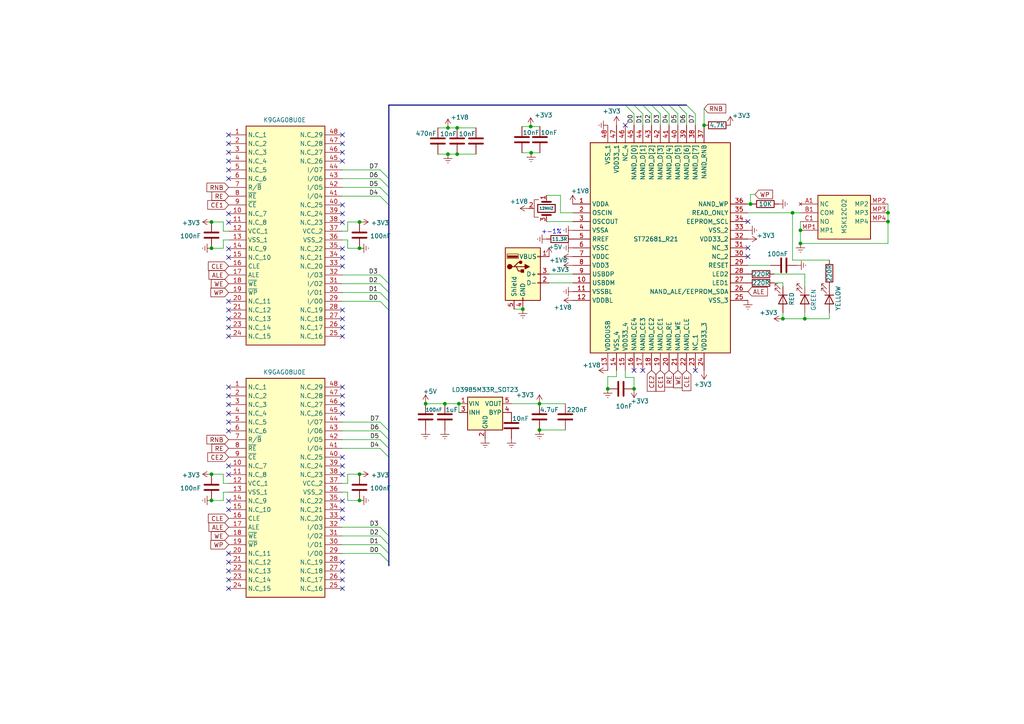
<source format=kicad_sch>
(kicad_sch (version 20211123) (generator eeschema)
  (paper "A4")
  (title_block (title "USB_Mass_Storage_Device") (date "2023-05-26") (rev "3") (company "Tonikiller10000"))
  (lib_symbols
    (symbol "Connector:USB_A" (pin_names (offset 1.016))
      (property "Reference" "J" (at -5.08 11.43 0))
      (property "Value" "USB_A" (at -5.08 8.89 0))
      (symbol "USB_A_0_1"
        (rectangle (start -5.08 -7.62) (end 5.08 7.62) (stroke (width 0.254)) (fill (type background)))
        (circle (center -3.81 2.159) (radius 0.635) (stroke (width 0.254)) (fill (type outline)))
        (rectangle (start -1.524 4.826) (end -4.318 5.334) (fill (type outline)))
        (rectangle (start -1.27 4.572) (end -4.572 5.842))
        (circle (center -0.635 3.429) (radius 0.381) (stroke (width 0.254)) (fill (type outline)))
        (rectangle (start -0.127 -7.62) (end 0.127 -6.858))
        (polyline (pts (xy -3.175 2.159) (xy -2.54 2.159) (xy -1.27 3.429) (xy -0.635 3.429)) (stroke (width 0.254)))
        (polyline (pts (xy -2.54 2.159) (xy -1.905 2.159) (xy -1.27 0.889) (xy 0 0.889)) (stroke (width 0.254)))
        (polyline (pts (xy 0.635 2.794) (xy 0.635 1.524) (xy 1.905 2.159) (xy 0.635 2.794)) (stroke (width 0.254)) (fill (type outline)))
        (rectangle (start 0.254 1.27) (end -0.508 0.508) (stroke (width 0.254)) (fill (type outline)))
        (rectangle (start 5.08 -2.667) (end 4.318 -2.413))
        (rectangle (start 5.08 -0.127) (end 4.318 0.127))
        (rectangle (start 5.08 4.953) (end 4.318 5.207))
      )
      (symbol "USB_A_1_1"
        (polyline (pts (xy -1.905 2.159) (xy 0.635 2.159)) (stroke (width 0.254)))
        (pin power_in line (at 7.62 5.08 180) (length 2.54) (name "VBUS") (number "1"))
        (pin bidirectional line (at 7.62 -2.54 180) (length 2.54) (name "D-") (number "2"))
        (pin bidirectional line (at 7.62 0 180) (length 2.54) (name "D+") (number "3"))
        (pin power_in line (at 0 -10.16 90) (length 2.54) (name "GND") (number "4"))
        (pin passive line (at -2.54 -10.16 90) (length 2.54) (name "Shield") (number "5"))
      )
    )
    (symbol "Device:C" (pin_numbers hide) (pin_names (offset 0.254))
      (property "Reference" "C" (at 0.635 2.54 0))
      (property "Value" "C" (at 0.635 -2.54 0))
      (symbol "C_0_1"
        (polyline (pts (xy -2.032 -0.762) (xy 2.032 -0.762)) (stroke (width 0.508)))
        (polyline (pts (xy -2.032 0.762) (xy 2.032 0.762)) (stroke (width 0.508)))
      )
      (symbol "C_1_1"
        (pin passive line (at 0 3.81 270) (length 2.794) (name "~") (number "1"))
        (pin passive line (at 0 -3.81 90) (length 2.794) (name "~") (number "2"))
      )
    )
    (symbol "Device:Crystal_GND3" (pin_names (offset 1.016) hide)
      (property "Value" "12MHZ" (at 0 0 90))
      (symbol "Crystal_GND3_0_1"
        (rectangle (start -1.143 2.54) (end 1.143 -2.54) (stroke (width 0.3048)))
        (polyline (pts (xy -2.54 0) (xy -1.905 0)))
        (polyline (pts (xy -1.905 -1.27) (xy -1.905 1.27)) (stroke (width 0.508)))
        (polyline (pts (xy 0 -3.81) (xy 0 -3.556)))
        (polyline (pts (xy 1.905 0) (xy 2.54 0)))
        (polyline (pts (xy 1.905 1.27) (xy 1.905 -1.27)) (stroke (width 0.508)))
        (polyline (pts (xy -2.54 -2.286) (xy -2.54 -3.556) (xy 2.54 -3.556) (xy 2.54 -2.286)))
      )
      (symbol "Crystal_GND3_1_1"
        (pin passive line (at -3.81 0 0) (length 1.27) (name "1") (number "1"))
        (pin passive line (at 0 -5.08 90) (length 1.27) (name "2") (number "2"))
        (pin passive line (at 3.81 0 180) (length 1.27) (name "3") (number "3"))
      )
    )
    (symbol "Device:LED" (pin_numbers hide) (pin_names (offset 1.016) hide)
      (property "Reference" "D" (at 0 2.54 0))
      (property "Value" "LED" (at 0 -2.54 0))
      (symbol "LED_0_1"
        (polyline (pts (xy -1.27 -1.27) (xy -1.27 1.27)) (stroke (width 0.254)))
        (polyline (pts (xy -1.27 0) (xy 1.27 0)))
        (polyline (pts (xy 1.27 -1.27) (xy 1.27 1.27) (xy -1.27 0) (xy 1.27 -1.27)) (stroke (width 0.254)))
        (polyline (pts (xy -3.048 -0.762) (xy -4.572 -2.286) (xy -3.81 -2.286) (xy -4.572 -2.286) (xy -4.572 -1.524)))
        (polyline (pts (xy -1.778 -0.762) (xy -3.302 -2.286) (xy -2.54 -2.286) (xy -3.302 -2.286) (xy -3.302 -1.524)))
      )
      (symbol "LED_1_1"
        (pin passive line (at -3.81 0 0) (length 2.54) (name "K") (number "1"))
        (pin passive line (at 3.81 0 180) (length 2.54) (name "A") (number "2"))
      )
    )
    (symbol "Device:R" (pin_numbers hide) (pin_names (offset 0))
      (property "Reference" "R" (at 2.032 0 90))
      (property "Value" "R" (at 0 0 90))
      (symbol "R_0_1"
        (rectangle (start -1.016 -2.54) (end 1.016 2.54) (stroke (width 0.254)))
      )
      (symbol "R_1_1"
        (pin passive line (at 0 3.81 270) (length 1.27) (name "~") (number "1"))
        (pin passive line (at 0 -3.81 90) (length 1.27) (name "~") (number "2"))
      )
    )
    (symbol "K9GAG08U0E:K9GAG08U0E"
      (property "Value" "K9GAG08U0E" (at 0 0 0))
      (property "Reference_1" "IC" (at 29.21 7.62 0))
      (property "Value_1" "K9GAG08U0E" (at 29.21 5.08 0))
      (symbol "K9GAG08U0E_1_1"
        (rectangle (start 5.08 2.54) (end 27.94 -60.96) (stroke (width 0.254)) (fill (type background)))
        (pin passive line (at 0 0 0) (length 5.08) (name "N.C_1") (number "1"))
        (pin passive line (at 0 -22.86 0) (length 5.08) (name "N.C_7") (number "10"))
        (pin passive line (at 0 -25.4 0) (length 5.08) (name "N.C_8") (number "11"))
        (pin passive line (at 0 -27.94 0) (length 5.08) (name "VCC_1") (number "12"))
        (pin passive line (at 0 -30.48 0) (length 5.08) (name "VSS_1") (number "13"))
        (pin passive line (at 0 -33.02 0) (length 5.08) (name "N.C_9") (number "14"))
        (pin passive line (at 0 -35.56 0) (length 5.08) (name "N.C_10") (number "15"))
        (pin passive line (at 0 -38.1 0) (length 5.08) (name "CLE") (number "16"))
        (pin passive line (at 0 -40.64 0) (length 5.08) (name "ALE") (number "17"))
        (pin passive line (at 0 -43.18 0) (length 5.08) (name "~{WE}") (number "18"))
        (pin passive line (at 0 -45.72 0) (length 5.08) (name "~{WP}") (number "19"))
        (pin passive line (at 0 -2.54 0) (length 5.08) (name "N.C_2") (number "2"))
        (pin passive line (at 0 -48.26 0) (length 5.08) (name "N.C_11") (number "20"))
        (pin passive line (at 0 -50.8 0) (length 5.08) (name "N.C_12") (number "21"))
        (pin passive line (at 0 -53.34 0) (length 5.08) (name "N.C_13") (number "22"))
        (pin passive line (at 0 -55.88 0) (length 5.08) (name "N.C_14") (number "23"))
        (pin passive line (at 0 -58.42 0) (length 5.08) (name "N.C_15") (number "24"))
        (pin passive line (at 33.02 -58.42 180) (length 5.08) (name "N.C_16") (number "25"))
        (pin passive line (at 33.02 -55.88 180) (length 5.08) (name "N.C_17") (number "26"))
        (pin passive line (at 33.02 -53.34 180) (length 5.08) (name "N.C_18") (number "27"))
        (pin passive line (at 33.02 -50.8 180) (length 5.08) (name "N.C_19") (number "28"))
        (pin passive line (at 33.02 -48.26 180) (length 5.08) (name "I/O0") (number "29"))
        (pin passive line (at 0 -5.08 0) (length 5.08) (name "N.C_3") (number "3"))
        (pin passive line (at 33.02 -45.72 180) (length 5.08) (name "I/O1") (number "30"))
        (pin passive line (at 33.02 -43.18 180) (length 5.08) (name "I/O2") (number "31"))
        (pin passive line (at 33.02 -40.64 180) (length 5.08) (name "I/O3") (number "32"))
        (pin passive line (at 33.02 -38.1 180) (length 5.08) (name "N.C_20") (number "33"))
        (pin passive line (at 33.02 -35.56 180) (length 5.08) (name "N.C_21") (number "34"))
        (pin passive line (at 33.02 -33.02 180) (length 5.08) (name "N.C_22") (number "35"))
        (pin passive line (at 33.02 -30.48 180) (length 5.08) (name "VSS_2") (number "36"))
        (pin passive line (at 33.02 -27.94 180) (length 5.08) (name "VCC_2") (number "37"))
        (pin passive line (at 33.02 -25.4 180) (length 5.08) (name "N.C_23") (number "38"))
        (pin passive line (at 33.02 -22.86 180) (length 5.08) (name "N.C_24") (number "39"))
        (pin passive line (at 0 -7.62 0) (length 5.08) (name "N.C_4") (number "4"))
        (pin passive line (at 33.02 -20.32 180) (length 5.08) (name "N.C_25") (number "40"))
        (pin passive line (at 33.02 -17.78 180) (length 5.08) (name "I/O4") (number "41"))
        (pin passive line (at 33.02 -15.24 180) (length 5.08) (name "I/O5") (number "42"))
        (pin passive line (at 33.02 -12.7 180) (length 5.08) (name "I/O6") (number "43"))
        (pin passive line (at 33.02 -10.16 180) (length 5.08) (name "I/O7") (number "44"))
        (pin passive line (at 33.02 -7.62 180) (length 5.08) (name "N.C_26") (number "45"))
        (pin passive line (at 33.02 -5.08 180) (length 5.08) (name "N.C_27") (number "46"))
        (pin passive line (at 33.02 -2.54 180) (length 5.08) (name "N.C_28") (number "47"))
        (pin passive line (at 33.02 0 180) (length 5.08) (name "N.C_29") (number "48"))
        (pin passive line (at 0 -10.16 0) (length 5.08) (name "N.C_5") (number "5"))
        (pin passive line (at 0 -12.7 0) (length 5.08) (name "N.C_6") (number "6"))
        (pin passive line (at 0 -15.24 0) (length 5.08) (name "R/~{B}") (number "7"))
        (pin passive line (at 0 -17.78 0) (length 5.08) (name "~{RE}") (number "8"))
        (pin passive line (at 0 -20.32 0) (length 5.08) (name "~{CE}") (number "9"))
      )
    )
    (symbol "MSK12C02:MSK12C02"
      (property "Value" "MSK12C02" (at 0 0 0))
      (property "Reference_1" "S" (at 21.59 7.62 0))
      (property "Value_1" "MSK12C02" (at 21.59 5.08 0))
      (symbol "MSK12C02_1_1"
        (rectangle (start 5.08 2.54) (end 20.32 -10.16) (stroke (width 0.254)) (fill (type background)))
        (pin no_connect line (at 0 0 0) (length 5.08) (name "NC") (number "A1"))
        (pin passive line (at 0 -2.54 0) (length 5.08) (name "COM") (number "B1"))
        (pin passive line (at 0 -5.08 0) (length 5.08) (name "NO") (number "C1"))
        (pin passive line (at 0 -7.62 0) (length 5.08) (name "MP1") (number "MP1"))
        (pin passive line (at 25.4 0 180) (length 5.08) (name "MP2") (number "MP2"))
        (pin passive line (at 25.4 -2.54 180) (length 5.08) (name "MP3") (number "MP3"))
        (pin passive line (at 25.4 -5.08 180) (length 5.08) (name "MP4") (number "MP4"))
      )
    )
    (symbol "Regulator_Linear:LD3985M33R_SOT23" (pin_names (offset 0.254))
      (property "Reference" "U" (at -3.81 5.715 0))
      (property "Value" "LD3985M33R_SOT23" (at 0 5.715 0))
      (symbol "LD3985M33R_SOT23_0_1"
        (rectangle (start -5.08 4.445) (end 5.08 -5.08) (stroke (width 0.254)) (fill (type background)))
      )
      (symbol "LD3985M33R_SOT23_1_1"
        (pin power_in line (at -7.62 2.54 0) (length 2.54) (name "VIN") (number "1"))
        (pin power_in line (at 0 -7.62 90) (length 2.54) (name "GND") (number "2"))
        (pin input line (at -7.62 0 0) (length 2.54) (name "INH") (number "3"))
        (pin input line (at 7.62 0 180) (length 2.54) (name "BYP") (number "4"))
        (pin power_out line (at 7.62 2.54 180) (length 2.54) (name "VOUT") (number "5"))
      )
    )
    (symbol "ST72681:ST72681_R21"
      (property "Value" "ST72681_R21" (at 0 0 0))
      (property "Reference_1" "IC" (at 46.99 22.86 0))
      (property "Value_1" "ST72681_R21" (at 46.99 20.32 0))
      (symbol "ST72681_R21_1_1"
        (rectangle (start 5.08 17.78) (end 45.72 -43.18) (stroke (width 0.254)) (fill (type background)))
        (pin passive line (at 0 0 0) (length 5.08) (name "VDDA") (number "1"))
        (pin passive line (at 0 -22.86 0) (length 5.08) (name "USBDM") (number "10"))
        (pin passive line (at 0 -25.4 0) (length 5.08) (name "VSSBL") (number "11"))
        (pin passive line (at 0 -27.94 0) (length 5.08) (name "VDDBL") (number "12"))
        (pin passive line (at 10.16 -48.26 90) (length 5.08) (name "VDDOUSB") (number "13"))
        (pin passive line (at 12.7 -48.26 90) (length 5.08) (name "VSS_4") (number "14"))
        (pin passive line (at 15.24 -48.26 90) (length 5.08) (name "VDD33_4") (number "15"))
        (pin passive line (at 17.78 -48.26 90) (length 5.08) (name "NAND_CE4") (number "16"))
        (pin passive line (at 20.32 -48.26 90) (length 5.08) (name "NAND_CE3") (number "17"))
        (pin passive line (at 22.86 -48.26 90) (length 5.08) (name "NAND_CE2") (number "18"))
        (pin passive line (at 25.4 -48.26 90) (length 5.08) (name "NAND_CE1") (number "19"))
        (pin passive line (at 0 -2.54 0) (length 5.08) (name "OSCIN") (number "2"))
        (pin passive line (at 27.94 -48.26 90) (length 5.08) (name "NAND_RE") (number "20"))
        (pin passive line (at 30.48 -48.26 90) (length 5.08) (name "NAND_WE") (number "21"))
        (pin passive line (at 33.02 -48.26 90) (length 5.08) (name "NAND_CLE") (number "22"))
        (pin passive line (at 35.56 -48.26 90) (length 5.08) (name "NC_1") (number "23"))
        (pin passive line (at 38.1 -48.26 90) (length 5.08) (name "VDD33_3") (number "24"))
        (pin passive line (at 50.8 -27.94 180) (length 5.08) (name "VSS_3") (number "25"))
        (pin passive line (at 50.8 -25.4 180) (length 5.08) (name "NAND_ALE/EEPROM_SDA") (number "26"))
        (pin passive line (at 50.8 -22.86 180) (length 5.08) (name "LED1") (number "27"))
        (pin passive line (at 50.8 -20.32 180) (length 5.08) (name "LED2") (number "28"))
        (pin passive line (at 50.8 -17.78 180) (length 5.08) (name "RESET") (number "29"))
        (pin passive line (at 0 -5.08 0) (length 5.08) (name "OSCOUT") (number "3"))
        (pin passive line (at 50.8 -15.24 180) (length 5.08) (name "NC_2") (number "30"))
        (pin passive line (at 50.8 -12.7 180) (length 5.08) (name "NC_3") (number "31"))
        (pin passive line (at 50.8 -10.16 180) (length 5.08) (name "VDD33_2") (number "32"))
        (pin passive line (at 50.8 -7.62 180) (length 5.08) (name "VSS_2") (number "33"))
        (pin passive line (at 50.8 -5.08 180) (length 5.08) (name "EEPROM_SCL") (number "34"))
        (pin passive line (at 50.8 -2.54 180) (length 5.08) (name "READ_ONLY") (number "35"))
        (pin passive line (at 50.8 0 180) (length 5.08) (name "NAND_WP") (number "36"))
        (pin passive line (at 38.1 22.86 270) (length 5.08) (name "NAND_RNB") (number "37"))
        (pin passive line (at 35.56 22.86 270) (length 5.08) (name "NAND_D[7]") (number "38"))
        (pin passive line (at 33.02 22.86 270) (length 5.08) (name "NAND_D[6]") (number "39"))
        (pin passive line (at 0 -7.62 0) (length 5.08) (name "VSSA") (number "4"))
        (pin passive line (at 30.48 22.86 270) (length 5.08) (name "NAND_D[5]") (number "40"))
        (pin passive line (at 27.94 22.86 270) (length 5.08) (name "NAND_D[4]") (number "41"))
        (pin passive line (at 25.4 22.86 270) (length 5.08) (name "NAND_D[3]") (number "42"))
        (pin passive line (at 22.86 22.86 270) (length 5.08) (name "NAND_D[2]") (number "43"))
        (pin passive line (at 20.32 22.86 270) (length 5.08) (name "NAND_D[1]") (number "44"))
        (pin passive line (at 17.78 22.86 270) (length 5.08) (name "NAND_D[0]") (number "45"))
        (pin passive line (at 15.24 22.86 270) (length 5.08) (name "NC_4") (number "46"))
        (pin passive line (at 12.7 22.86 270) (length 5.08) (name "VDD33_1") (number "47"))
        (pin passive line (at 10.16 22.86 270) (length 5.08) (name "VSS_1") (number "48"))
        (pin passive line (at 0 -10.16 0) (length 5.08) (name "RREF") (number "5"))
        (pin passive line (at 0 -12.7 0) (length 5.08) (name "VSSC") (number "6"))
        (pin passive line (at 0 -15.24 0) (length 5.08) (name "VDDC") (number "7"))
        (pin passive line (at 0 -17.78 0) (length 5.08) (name "VDD3") (number "8"))
        (pin passive line (at 0 -20.32 0) (length 5.08) (name "USBDP") (number "9"))
      )
    )
    (symbol "power:+1V8" (power) (pin_names (offset 0))
      (property "Value" "+1V8" (at 0 3.556 0))
      (symbol "+1V8_0_1"
        (polyline (pts (xy -0.762 1.27) (xy 0 2.54)))
        (polyline (pts (xy 0 0) (xy 0 2.54)))
        (polyline (pts (xy 0 2.54) (xy 0.762 1.27)))
      )
      (symbol "+1V8_1_1"
        (pin power_in line (at 0 0 90) (length 0) hide (name "+1V8") (number "1"))
      )
    )
    (symbol "power:+3.3V" (power) (pin_names (offset 0))
      (property "Value" "+3.3V" (at 0 3.556 0))
      (symbol "+3.3V_0_1"
        (polyline (pts (xy -0.762 1.27) (xy 0 2.54)))
        (polyline (pts (xy 0 0) (xy 0 2.54)))
        (polyline (pts (xy 0 2.54) (xy 0.762 1.27)))
      )
      (symbol "+3.3V_1_1"
        (pin power_in line (at 0 0 90) (length 0) hide (name "+3V3") (number "1"))
      )
    )
    (symbol "power:+5V" (power) (pin_names (offset 0))
      (property "Value" "+5V" (at 0 3.556 0))
      (symbol "+5V_0_1"
        (polyline (pts (xy -0.762 1.27) (xy 0 2.54)))
        (polyline (pts (xy 0 0) (xy 0 2.54)))
        (polyline (pts (xy 0 2.54) (xy 0.762 1.27)))
      )
      (symbol "+5V_1_1"
        (pin power_in line (at 0 0 90) (length 0) hide (name "+5V") (number "1"))
      )
    )
    (symbol "power:Earth" (power) (pin_names (offset 0))
      (symbol "Earth_0_1"
        (polyline (pts (xy -0.635 -1.905) (xy 0.635 -1.905)))
        (polyline (pts (xy -0.127 -2.54) (xy 0.127 -2.54)))
        (polyline (pts (xy 0 -1.27) (xy 0 0)))
        (polyline (pts (xy 1.27 -1.27) (xy -1.27 -1.27)))
      )
      (symbol "Earth_1_1"
        (pin power_in line (at 0 0 270) (length 0) hide (name "Earth") (number "1"))
      )
    )
  )
  (junction (at 129.032 117.094))
  (junction (at 229.87 61.722))
  (junction (at 176.276 112.776))
  (junction (at 104.267 137.541))
  (junction (at 153.924 36.703))
  (junction (at 104.267 64.389))
  (junction (at 183.896 112.776))
  (junction (at 154.051 44.323))
  (junction (at 232.156 70.612))
  (junction (at 129.921 44.704))
  (junction (at 156.464 124.714))
  (junction (at 151.638 89.662))
  (junction (at 104.267 145.161))
  (junction (at 132.588 44.704))
  (junction (at 227.076 92.456))
  (junction (at 129.921 37.084))
  (junction (at 61.341 145.161))
  (junction (at 132.588 37.084))
  (junction (at 232.156 66.802))
  (junction (at 61.341 72.009))
  (junction (at 104.267 72.009))
  (junction (at 133.096 117.094))
  (junction (at 257.556 61.722))
  (junction (at 257.556 64.262))
  (junction (at 217.678 59.182))
  (junction (at 61.341 137.541))
  (junction (at 123.444 117.094))
  (junction (at 233.426 92.456))
  (junction (at 61.341 64.389))
  (junction (at 204.216 36.322))
  (junction (at 156.464 117.094))
  (no_connect (at 66.294 137.668))
  (no_connect (at 66.294 112.268))
  (no_connect (at 99.314 137.668))
  (no_connect (at 99.314 64.516))
  (no_connect (at 66.294 160.528))
  (no_connect (at 216.916 64.262))
  (no_connect (at 99.314 132.588))
  (no_connect (at 66.294 64.516))
  (no_connect (at 99.314 114.808))
  (no_connect (at 99.314 145.288))
  (no_connect (at 99.314 59.436))
  (no_connect (at 99.314 61.976))
  (no_connect (at 99.314 39.116))
  (no_connect (at 99.314 41.656))
  (no_connect (at 99.314 46.736))
  (no_connect (at 99.314 44.196))
  (no_connect (at 216.916 71.882))
  (no_connect (at 216.916 74.422))
  (no_connect (at 201.676 107.442))
  (no_connect (at 181.356 36.322))
  (no_connect (at 66.294 168.148))
  (no_connect (at 99.314 168.148))
  (no_connect (at 99.314 165.608))
  (no_connect (at 99.314 147.828))
  (no_connect (at 99.314 119.888))
  (no_connect (at 66.294 61.976))
  (no_connect (at 99.314 112.268))
  (no_connect (at 66.294 135.128))
  (no_connect (at 186.436 107.442))
  (no_connect (at 66.294 147.828))
  (no_connect (at 66.294 89.916))
  (no_connect (at 66.294 97.536))
  (no_connect (at 66.294 94.996))
  (no_connect (at 66.294 92.456))
  (no_connect (at 66.294 87.376))
  (no_connect (at 66.294 72.136))
  (no_connect (at 66.294 74.676))
  (no_connect (at 66.294 46.736))
  (no_connect (at 66.294 49.276))
  (no_connect (at 66.294 44.196))
  (no_connect (at 66.294 41.656))
  (no_connect (at 99.314 92.456))
  (no_connect (at 99.314 94.996))
  (no_connect (at 99.314 97.536))
  (no_connect (at 99.314 89.916))
  (no_connect (at 99.314 77.216))
  (no_connect (at 99.314 72.136))
  (no_connect (at 99.314 74.676))
  (no_connect (at 66.294 114.808))
  (no_connect (at 66.294 170.688))
  (no_connect (at 66.294 124.968))
  (no_connect (at 66.294 117.348))
  (no_connect (at 99.314 170.688))
  (no_connect (at 66.294 122.428))
  (no_connect (at 66.294 165.608))
  (no_connect (at 99.314 163.068))
  (no_connect (at 66.294 119.888))
  (no_connect (at 66.294 39.116))
  (no_connect (at 183.896 107.442))
  (no_connect (at 99.314 117.348))
  (no_connect (at 99.314 150.368))
  (no_connect (at 66.294 145.288))
  (no_connect (at 66.294 51.816))
  (no_connect (at 66.294 163.068))
  (no_connect (at 99.314 135.128))
  (bus_entry (at 110.236 127.508) (size 2.54 2.54))
  (bus_entry (at 110.236 87.376) (size 2.54 2.54))
  (bus_entry (at 199.136 33.02) (size -2.54 -2.54))
  (bus_entry (at 183.896 33.02) (size -2.54 -2.54))
  (bus_entry (at 110.236 122.428) (size 2.54 2.54))
  (bus_entry (at 110.236 157.988) (size 2.54 2.54))
  (bus_entry (at 110.236 84.836) (size 2.54 2.54))
  (bus_entry (at 196.596 33.02) (size -2.54 -2.54))
  (bus_entry (at 110.236 54.356) (size 2.54 2.54))
  (bus_entry (at 110.236 152.908) (size 2.54 2.54))
  (bus_entry (at 110.236 130.048) (size 2.54 2.54))
  (bus_entry (at 110.236 51.816) (size 2.54 2.54))
  (bus_entry (at 110.236 49.276) (size 2.54 2.54))
  (bus_entry (at 194.056 33.02) (size -2.54 -2.54))
  (bus_entry (at 110.236 124.968) (size 2.54 2.54))
  (bus_entry (at 110.236 82.296) (size 2.54 2.54))
  (bus_entry (at 186.436 33.02) (size -2.54 -2.54))
  (bus_entry (at 110.236 56.896) (size 2.54 2.54))
  (bus_entry (at 191.516 33.02) (size -2.54 -2.54))
  (bus_entry (at 201.676 33.02) (size -2.54 -2.54))
  (bus_entry (at 110.236 79.756) (size 2.54 2.54))
  (bus_entry (at 110.236 160.528) (size 2.54 2.54))
  (bus_entry (at 110.236 155.448) (size 2.54 2.54))
  (bus_entry (at 188.976 33.02) (size -2.54 -2.54))
  (wire (pts (xy 158.496 56.642) (xy 162.56 56.642)))
  (bus (pts (xy 112.776 155.448) (xy 112.776 157.988)))
  (wire (pts (xy 188.976 36.322) (xy 188.976 33.02)))
  (wire (pts (xy 64.77 72.009) (xy 61.341 72.009)))
  (wire (pts (xy 99.314 140.208) (xy 100.838 140.208)))
  (wire (pts (xy 183.896 36.322) (xy 183.896 33.02)))
  (wire (pts (xy 240.538 75.438) (xy 229.87 75.438)))
  (bus (pts (xy 112.776 163.068) (xy 112.776 164.084)))
  (wire (pts (xy 64.77 137.541) (xy 61.341 137.541)))
  (wire (pts (xy 217.678 59.182) (xy 218.186 59.182)))
  (wire (pts (xy 100.838 67.056) (xy 100.838 64.389)))
  (wire (pts (xy 99.314 130.048) (xy 110.236 130.048)))
  (wire (pts (xy 99.314 56.896) (xy 110.236 56.896)))
  (wire (pts (xy 149.098 89.662) (xy 151.638 89.662)))
  (wire (pts (xy 66.294 142.748) (xy 64.77 142.748)))
  (wire (pts (xy 217.678 56.388) (xy 217.678 59.182)))
  (wire (pts (xy 99.314 157.988) (xy 110.236 157.988)))
  (wire (pts (xy 64.77 67.056) (xy 64.77 64.389)))
  (wire (pts (xy 232.156 66.802) (xy 232.156 70.612)))
  (wire (pts (xy 199.136 36.322) (xy 199.136 33.02)))
  (wire (pts (xy 186.436 36.322) (xy 186.436 33.02)))
  (wire (pts (xy 158.496 64.262) (xy 166.116 64.262)))
  (wire (pts (xy 201.676 36.322) (xy 201.676 33.02)))
  (bus (pts (xy 191.516 30.48) (xy 194.056 30.48)))
  (bus (pts (xy 112.776 84.836) (xy 112.776 87.376)))
  (wire (pts (xy 233.426 79.502) (xy 233.426 83.058)))
  (wire (pts (xy 196.596 36.322) (xy 196.596 33.02)))
  (bus (pts (xy 194.056 30.48) (xy 196.596 30.48)))
  (bus (pts (xy 112.776 59.436) (xy 112.776 82.296)))
  (wire (pts (xy 191.516 36.322) (xy 191.516 33.02)))
  (bus (pts (xy 112.776 160.528) (xy 112.776 163.068)))
  (wire (pts (xy 99.314 127.508) (xy 110.236 127.508)))
  (wire (pts (xy 151.384 44.323) (xy 154.051 44.323)))
  (wire (pts (xy 227.076 82.042) (xy 227.076 83.058)))
  (wire (pts (xy 218.948 56.388) (xy 217.678 56.388)))
  (wire (pts (xy 123.444 117.094) (xy 129.032 117.094)))
  (wire (pts (xy 151.384 36.703) (xy 153.924 36.703)))
  (wire (pts (xy 66.294 69.596) (xy 64.77 69.596)))
  (wire (pts (xy 64.77 64.389) (xy 61.341 64.389)))
  (wire (pts (xy 99.314 142.748) (xy 100.838 142.748)))
  (wire (pts (xy 132.588 37.084) (xy 138.049 37.084)))
  (bus (pts (xy 188.976 30.48) (xy 191.516 30.48)))
  (wire (pts (xy 224.536 79.502) (xy 233.426 79.502)))
  (wire (pts (xy 227.076 92.456) (xy 233.426 92.456)))
  (wire (pts (xy 159.258 82.042) (xy 166.116 82.042)))
  (wire (pts (xy 181.356 109.474) (xy 183.896 109.474)))
  (bus (pts (xy 183.896 30.48) (xy 186.436 30.48)))
  (wire (pts (xy 156.464 117.094) (xy 163.957 117.094)))
  (wire (pts (xy 257.556 61.722) (xy 257.556 59.182)))
  (wire (pts (xy 227.076 90.678) (xy 227.076 92.456)))
  (wire (pts (xy 232.156 70.612) (xy 257.556 70.612)))
  (wire (pts (xy 99.314 69.596) (xy 100.838 69.596)))
  (bus (pts (xy 112.776 130.048) (xy 112.776 132.588)))
  (bus (pts (xy 112.776 51.816) (xy 112.776 54.356)))
  (wire (pts (xy 99.314 79.756) (xy 110.236 79.756)))
  (wire (pts (xy 99.314 122.428) (xy 110.236 122.428)))
  (bus (pts (xy 112.776 82.296) (xy 112.776 84.836)))
  (wire (pts (xy 66.294 140.208) (xy 64.77 140.208)))
  (wire (pts (xy 178.816 107.442) (xy 178.816 109.22)))
  (bus (pts (xy 112.776 56.896) (xy 112.776 59.436)))
  (wire (pts (xy 100.838 72.009) (xy 104.267 72.009)))
  (wire (pts (xy 257.556 70.612) (xy 257.556 64.262)))
  (bus (pts (xy 181.356 30.48) (xy 183.896 30.48)))
  (wire (pts (xy 153.924 36.703) (xy 156.591 36.703)))
  (bus (pts (xy 112.776 89.916) (xy 112.776 124.968)))
  (wire (pts (xy 66.294 67.056) (xy 64.77 67.056)))
  (wire (pts (xy 100.838 137.541) (xy 104.267 137.541)))
  (wire (pts (xy 240.538 92.456) (xy 233.426 92.456)))
  (wire (pts (xy 129.921 37.084) (xy 132.588 37.084)))
  (wire (pts (xy 129.921 44.704) (xy 132.588 44.704)))
  (wire (pts (xy 99.314 87.376) (xy 110.236 87.376)))
  (wire (pts (xy 99.314 160.528) (xy 110.236 160.528)))
  (wire (pts (xy 100.838 145.161) (xy 104.267 145.161)))
  (bus (pts (xy 112.776 124.968) (xy 112.776 127.508)))
  (wire (pts (xy 100.838 142.748) (xy 100.838 145.161)))
  (bus (pts (xy 112.776 127.508) (xy 112.776 130.048)))
  (wire (pts (xy 162.56 56.642) (xy 162.56 61.722)))
  (wire (pts (xy 148.336 117.094) (xy 156.464 117.094)))
  (wire (pts (xy 99.314 54.356) (xy 110.236 54.356)))
  (wire (pts (xy 99.314 82.296) (xy 110.236 82.296)))
  (wire (pts (xy 162.56 61.722) (xy 166.116 61.722)))
  (wire (pts (xy 178.816 109.22) (xy 176.276 109.22)))
  (wire (pts (xy 156.464 124.714) (xy 163.957 124.714)))
  (wire (pts (xy 223.52 76.962) (xy 216.916 76.962)))
  (wire (pts (xy 127 44.704) (xy 129.921 44.704)))
  (wire (pts (xy 183.896 109.474) (xy 183.896 112.776)))
  (bus (pts (xy 112.776 132.588) (xy 112.776 155.448)))
  (wire (pts (xy 229.87 75.438) (xy 229.87 61.722)))
  (wire (pts (xy 99.314 84.836) (xy 110.236 84.836)))
  (wire (pts (xy 154.051 44.323) (xy 156.591 44.323)))
  (wire (pts (xy 229.87 61.722) (xy 216.916 61.722)))
  (wire (pts (xy 181.356 107.442) (xy 181.356 109.474)))
  (bus (pts (xy 112.776 157.988) (xy 112.776 160.528)))
  (wire (pts (xy 224.536 82.042) (xy 227.076 82.042)))
  (wire (pts (xy 99.314 67.056) (xy 100.838 67.056)))
  (wire (pts (xy 99.314 155.448) (xy 110.236 155.448)))
  (wire (pts (xy 100.838 140.208) (xy 100.838 137.541)))
  (wire (pts (xy 99.314 49.276) (xy 110.236 49.276)))
  (wire (pts (xy 64.77 142.748) (xy 64.77 145.161)))
  (wire (pts (xy 132.588 44.704) (xy 138.049 44.704)))
  (wire (pts (xy 240.538 90.678) (xy 240.538 92.456)))
  (bus (pts (xy 112.776 54.356) (xy 112.776 56.896)))
  (wire (pts (xy 133.096 117.094) (xy 133.096 119.634)))
  (wire (pts (xy 194.056 36.322) (xy 194.056 33.02)))
  (wire (pts (xy 176.276 109.22) (xy 176.276 112.776)))
  (wire (pts (xy 100.838 64.389) (xy 104.267 64.389)))
  (wire (pts (xy 99.314 51.816) (xy 110.236 51.816)))
  (bus (pts (xy 112.776 30.48) (xy 181.356 30.48)))
  (wire (pts (xy 129.032 117.094) (xy 133.096 117.094)))
  (bus (pts (xy 196.596 30.48) (xy 199.136 30.48)))
  (wire (pts (xy 233.426 92.456) (xy 233.426 90.678)))
  (wire (pts (xy 257.556 64.262) (xy 257.556 61.722)))
  (wire (pts (xy 64.77 69.596) (xy 64.77 72.009)))
  (wire (pts (xy 99.314 124.968) (xy 110.236 124.968)))
  (bus (pts (xy 112.776 87.376) (xy 112.776 89.916)))
  (wire (pts (xy 99.314 152.908) (xy 110.236 152.908)))
  (bus (pts (xy 112.776 30.48) (xy 112.776 51.816)))
  (wire (pts (xy 232.156 61.722) (xy 229.87 61.722)))
  (wire (pts (xy 159.258 79.502) (xy 166.116 79.502)))
  (wire (pts (xy 100.838 69.596) (xy 100.838 72.009)))
  (wire (pts (xy 127 37.084) (xy 129.921 37.084)))
  (bus (pts (xy 186.436 30.48) (xy 188.976 30.48)))
  (wire (pts (xy 204.216 31.496) (xy 204.216 36.322)))
  (wire (pts (xy 64.77 145.161) (xy 61.341 145.161)))
  (wire (pts (xy 232.156 64.262) (xy 232.156 66.802)))
  (wire (pts (xy 64.77 140.208) (xy 64.77 137.541)))
  (wire (pts (xy 216.916 59.182) (xy 217.678 59.182)))
  (text "+-1%" (at 156.972 68.072 0) (effects (font (size 1.27 1.27)) (justify left bottom)))
  (label "D7" (at 109.982 122.428 180))
  (label "D5" (at 109.728 54.356 180))
  (label "D2" (at 107.188 155.448 0))
  (label "D5" (at 109.982 127.508 180))
  (label "D4" (at 194.056 35.814 90))
  (label "D3" (at 106.934 79.756 0))
  (label "D0" (at 107.188 160.528 0))
  (label "D0" (at 183.896 35.814 90))
  (label "D6" (at 109.982 124.968 180))
  (label "D6" (at 199.136 35.814 90))
  (label "D2" (at 188.976 35.814 90))
  (label "D7" (at 201.676 35.814 90))
  (label "D4" (at 109.728 56.896 180))
  (label "D0" (at 106.934 87.376 0))
  (label "D1" (at 186.436 35.814 90))
  (label "D2" (at 106.934 82.296 0))
  (label "D1" (at 106.934 84.836 0))
  (label "D5" (at 196.596 35.814 90))
  (label "D3" (at 107.188 152.908 0))
  (label "D7" (at 109.728 49.276 180))
  (label "D3" (at 191.516 35.814 90))
  (label "D4" (at 109.982 130.048 180))
  (label "D1" (at 107.188 157.988 0))
  (label "D6" (at 109.728 51.816 180))
  (global_label "RE" (shape input) (at 194.056 107.442 270) (property "Intersheet References" "${INTERSHEET_REFS}" (effects hide)))
  (global_label "RNB" (shape input) (at 66.294 127.508 180) (property "Intersheet References" "${INTERSHEET_REFS}" (effects hide)))
  (global_label "CLE" (shape input) (at 66.294 150.368 180) (property "Intersheet References" "${INTERSHEET_REFS}" (effects hide)))
  (global_label "WE" (shape input) (at 196.596 107.442 270) (property "Intersheet References" "${INTERSHEET_REFS}" (effects hide)))
  (global_label "WE" (shape input) (at 66.294 155.448 180) (property "Intersheet References" "${INTERSHEET_REFS}" (effects hide)))
  (global_label "ALE" (shape input) (at 216.916 84.582 0) (property "Intersheet References" "${INTERSHEET_REFS}" (effects hide)))
  (global_label "RNB" (shape input) (at 204.216 31.496 0) (property "Intersheet References" "${INTERSHEET_REFS}" (effects hide)))
  (global_label "CE1" (shape input) (at 66.294 59.436 180) (property "Intersheet References" "${INTERSHEET_REFS}" (effects hide)))
  (global_label "CE1" (shape input) (at 191.516 107.442 270) (property "Intersheet References" "${INTERSHEET_REFS}" (effects hide)))
  (global_label "RE" (shape input) (at 66.294 130.048 180) (property "Intersheet References" "${INTERSHEET_REFS}" (effects hide)))
  (global_label "RE" (shape input) (at 66.294 56.896 180) (property "Intersheet References" "${INTERSHEET_REFS}" (effects hide)))
  (global_label "ALE" (shape input) (at 66.294 79.756 180) (property "Intersheet References" "${INTERSHEET_REFS}" (effects hide)))
  (global_label "CLE" (shape input) (at 66.294 77.216 180) (property "Intersheet References" "${INTERSHEET_REFS}" (effects hide)))
  (global_label "CLE" (shape input) (at 199.136 107.442 270) (property "Intersheet References" "${INTERSHEET_REFS}" (effects hide)))
  (global_label "CE2" (shape input) (at 188.976 107.442 270) (property "Intersheet References" "${INTERSHEET_REFS}" (effects hide)))
  (global_label "WP" (shape input) (at 66.294 84.836 180) (property "Intersheet References" "${INTERSHEET_REFS}" (effects hide)))
  (global_label "WE" (shape input) (at 66.294 82.296 180) (property "Intersheet References" "${INTERSHEET_REFS}" (effects hide)))
  (global_label "ALE" (shape input) (at 66.294 152.908 180) (property "Intersheet References" "${INTERSHEET_REFS}" (effects hide)))
  (global_label "WP" (shape input) (at 66.294 157.988 180) (property "Intersheet References" "${INTERSHEET_REFS}" (effects hide)))
  (global_label "CE2" (shape input) (at 66.294 132.588 180) (property "Intersheet References" "${INTERSHEET_REFS}" (effects hide)))
  (global_label "WP" (shape input) (at 218.948 56.388 0) (property "Intersheet References" "${INTERSHEET_REFS}" (effects hide)))
  (global_label "RNB" (shape input) (at 66.294 54.356 180) (property "Intersheet References" "${INTERSHEET_REFS}" (effects hide)))
  (symbol (lib_id "power:+1V8") (at 176.276 107.442 90) (unit 1)
    (property "Reference" "#PWR0122" (effects hide))
    (property "Value" "+1V8" (at 174.244 105.918 90) (effects (justify left)))
  )
  (symbol (lib_id "power:+3.3V") (at 61.341 64.389 90) (mirror x) (unit 1)
    (property "Reference" "#PWR0118" (effects hide))
    (property "Value" "+3.3V" (at 58.039 64.643 90) (effects (justify left)))
  )
  (symbol (lib_id "power:+1V8") (at 153.416 60.452 90) (unit 1)
    (property "Reference" "#PWR0116" (effects hide))
    (property "Value" "+1V8" (at 153.162 58.42 90) (effects (justify left)))
  )
  (symbol (lib_id "power:Earth") (at 154.051 44.323 0) (unit 1)
    (property "Reference" "#PWR0136" (effects hide))
    (property "Value" "Earth" (effects hide))
  )
  (symbol (lib_id "Device:R") (at 221.996 59.182 270) (unit 1)
    (property "Reference" "R3" (effects hide))
    (property "Value" "10K" (at 221.996 59.182 90))
    (property "Footprint" "Resistor_SMD:R_1206_3216Metric" (effects hide))
  )
  (symbol (lib_id "power:+3.3V") (at 104.267 64.389 270) (unit 1)
    (property "Reference" "#PWR0143" (effects hide))
    (property "Value" "+3.3V" (at 107.569 64.643 90) (effects (justify left)))
  )
  (symbol (lib_id "Device:LED") (at 227.076 86.868 270) (unit 1)
    (property "Reference" "D1" (effects hide))
    (property "Value" "RED" (at 229.616 88.646 0) (effects (justify right)))
    (property "Footprint" "LED_SMD:LED_PLCC_2835" (effects hide))
  )
  (symbol (lib_id "Device:C") (at 163.957 120.904 180) (unit 1)
    (property "Reference" "C19" (effects hide))
    (property "Value" "220nF" (at 170.434 118.872 0) (effects (justify left)))
    (property "Footprint" "Capacitor_SMD:C_0805_2012Metric" (effects hide))
  )
  (symbol (lib_id "power:Earth") (at 104.267 145.161 90) (unit 1)
    (property "Reference" "#PWR0112" (effects hide))
    (property "Value" "Earth" (effects hide))
  )
  (symbol (lib_id "power:Earth") (at 140.716 127.254 0) (unit 1)
    (property "Reference" "#PWR0137" (effects hide))
    (property "Value" "Earth" (effects hide))
  )
  (symbol (lib_id "Device:C") (at 129.032 120.904 180) (unit 1)
    (property "Reference" "C8" (effects hide))
    (property "Value" "1uF" (at 132.842 118.872 0) (effects (justify left)))
    (property "Footprint" "Capacitor_SMD:C_0805_2012Metric" (effects hide))
  )
  (symbol (lib_id "Device:C") (at 148.336 123.444 180) (unit 1)
    (property "Reference" "C11" (effects hide))
    (property "Value" "10nF" (at 153.416 121.412 0) (effects (justify left)))
    (property "Footprint" "Capacitor_SMD:C_0805_2012Metric" (effects hide))
  )
  (symbol (lib_id "ST72681:ST72681_R21") (at 166.116 59.182 0) (unit 1)
    (property "Reference" "f1" (effects hide))
    (property "Value" "ST72681_R21" (at 190.246 69.342 0))
    (property "Footprint" "ST72681_R21:QFP50P900X900X160-48N" (effects hide))
    (property "Reference_1" "IC" (effects hide))
    (property "Value_1" "ST72681_R21" (effects hide))
    (property "Footprint_1" "QFP50P900X900X160-48N" (effects hide))
    (property "Datasheet_1" "https://www.st.com/resource/en/datasheet/cd00055081.pdf" (effects hide))
    (property "Height" "1.6" (effects hide))
    (property "Manufacturer_Name" "STMicroelectronics" (effects hide))
    (property "Manufacturer_Part_Number" "ST72681/R21" (effects hide))
    (property "Mouser Part Number" "N/A" (effects hide))
    (property "Mouser Price/Stock" "https://www.mouser.com/Search/Refine.aspx?Keyword=N%2FA" (effects hide))
  )
  (symbol (lib_id "Device:LED") (at 240.538 86.868 270) (unit 1)
    (property "Reference" "D3" (effects hide))
    (property "Value" "YELLOW" (at 243.078 90.17 0) (effects (justify right)))
    (property "Footprint" "LED_SMD:LED_PLCC_2835" (effects hide))
  )
  (symbol (lib_id "power:Earth") (at 104.267 72.009 90) (unit 1)
    (property "Reference" "#PWR0142" (effects hide))
    (property "Value" "Earth" (effects hide))
  )
  (symbol (lib_id "power:+1V8") (at 129.921 37.084 0) (unit 1)
    (property "Reference" "#PWR0139" (effects hide))
    (property "Value" "+1V8" (at 130.683 34.036 0) (effects (justify left)))
  )
  (symbol (lib_id "Regulator_Linear:LD3985M33R_SOT23") (at 140.716 119.634 0) (unit 1)
    (property "Reference" "U1" (effects hide))
    (property "Value" "LD3985M33R_SOT23" (at 140.716 113.03 0))
    (property "Footprint" "Package_TO_SOT_SMD:SOT-23-5" (effects hide))
    (property "Datasheet" "http://www.st.com/internet/com/TECHNICAL_RESOURCES/TECHNICAL_LITERATURE/DATASHEET/CD00003395.pdf" (effects hide))
  )
  (symbol (lib_id "power:+3.3V") (at 153.924 36.703 0) (mirror y) (unit 1)
    (property "Reference" "#PWR0145" (effects hide))
    (property "Value" "+3.3V" (at 160.274 33.401 0) (effects (justify left)))
  )
  (symbol (lib_id "Device:C") (at 123.444 120.904 180) (unit 1)
    (property "Reference" "C5" (effects hide))
    (property "Value" "100nF" (at 128.27 118.872 0) (effects (font (size 1 1)) (justify left)))
    (property "Footprint" "Capacitor_SMD:C_0805_2012Metric" (effects hide))
  )
  (symbol (lib_id "power:Earth") (at 176.276 36.322 270) (unit 1)
    (property "Reference" "#PWR0113" (effects hide))
    (property "Value" "Earth" (effects hide))
  )
  (symbol (lib_id "power:+3.3V") (at 211.836 36.322 0) (unit 1)
    (property "Reference" "#PWR0129" (effects hide))
    (property "Value" "+3.3V" (at 212.344 33.528 0) (effects (justify left)))
  )
  (symbol (lib_id "Connector:USB_A") (at 151.638 79.502 0) (unit 1)
    (property "Reference" "J1" (effects hide))
    (property "Value" "USB_A" (effects hide))
    (property "Footprint" "Connector_USB:USB_A_CNCTech_1001-011-01101_Horizontal" (effects hide))
    (property "Datasheet" " ~" (effects hide))
  )
  (symbol (lib_id "power:Earth") (at 166.116 71.882 270) (unit 1)
    (property "Reference" "#PWR0104" (effects hide))
    (property "Value" "Earth" (effects hide))
  )
  (symbol (lib_id "power:Earth") (at 129.921 44.704 0) (unit 1)
    (property "Reference" "#PWR0138" (effects hide))
    (property "Value" "Earth" (effects hide))
  )
  (symbol (lib_id "Device:R") (at 240.538 79.248 180) (unit 1)
    (property "Reference" "R7" (effects hide))
    (property "Value" "220R" (at 240.538 79.248 90))
    (property "Footprint" "Resistor_SMD:R_1206_3216Metric" (effects hide))
  )
  (symbol (lib_id "power:Earth") (at 216.916 66.802 90) (unit 1)
    (property "Reference" "#PWR0102" (effects hide))
    (property "Value" "Earth" (effects hide))
  )
  (symbol (lib_id "Device:LED") (at 233.426 86.868 270) (unit 1)
    (property "Reference" "D2" (effects hide))
    (property "Value" "GREEN" (at 235.966 90.17 0) (effects (justify right)))
    (property "Footprint" "LED_SMD:LED_PLCC_2835" (effects hide))
  )
  (symbol (lib_id "power:Earth") (at 123.444 124.714 0) (unit 1)
    (property "Reference" "#PWR0132" (effects hide))
    (property "Value" "Earth" (effects hide))
  )
  (symbol (lib_id "power:Earth") (at 158.496 69.342 270) (unit 1)
    (property "Reference" "#PWR0131" (effects hide))
    (property "Value" "Earth" (effects hide))
  )
  (symbol (lib_id "power:+5V") (at 123.444 117.094 0) (unit 1)
    (property "Reference" "#PWR0134" (effects hide))
    (property "Value" "+5V" (at 124.714 113.538 0))
  )
  (symbol (lib_id "Device:Crystal_GND3") (at 158.496 60.452 270) (unit 1)
    (property "Reference" "Y2" (effects hide))
    (property "Value" "12MHZ" (at 158.496 60.452 90) (effects (font (size 0.8 0.8))))
    (property "Footprint" "Crystal:Resonator_SMD_Murata_CSTxExxV-3Pin_3.0x1.1mm" (effects hide))
  )
  (symbol (lib_id "power:Earth") (at 129.032 124.714 0) (unit 1)
    (property "Reference" "#PWR0133" (effects hide))
    (property "Value" "Earth" (effects hide))
  )
  (symbol (lib_id "Device:C") (at 127 40.894 180) (unit 1)
    (property "Reference" "C7" (effects hide))
    (property "Value" "470nF" (at 126.619 38.735 0) (effects (justify left)))
    (property "Footprint" "Capacitor_SMD:C_0805_2012Metric" (effects hide))
  )
  (symbol (lib_id "power:Earth") (at 156.464 124.714 0) (unit 1)
    (property "Reference" "#PWR0141" (effects hide))
    (property "Value" "Earth" (effects hide))
  )
  (symbol (lib_id "power:Earth") (at 216.916 87.122 0) (unit 1)
    (property "Reference" "#PWR0103" (effects hide))
    (property "Value" "Earth" (effects hide))
  )
  (symbol (lib_id "Device:R") (at 208.026 36.322 270) (unit 1)
    (property "Reference" "R5" (effects hide))
    (property "Value" "4.7K" (at 208.026 36.322 90))
    (property "Footprint" "Resistor_SMD:R_1206_3216Metric" (effects hide))
  )
  (symbol (lib_id "Device:C") (at 138.049 40.894 180) (unit 1)
    (property "Reference" "C13" (effects hide))
    (property "Value" "10nF" (at 137.922 38.862 0) (effects (justify left)))
    (property "Footprint" "Capacitor_SMD:C_0805_2012Metric" (effects hide))
  )
  (symbol (lib_id "power:Earth") (at 232.156 70.612 0) (unit 1)
    (property "Reference" "#PWR0127" (effects hide))
    (property "Value" "Earth" (effects hide))
  )
  (symbol (lib_id "power:+3.3V") (at 183.896 112.776 180) (unit 1)
    (property "Reference" "#PWR0123" (effects hide))
    (property "Value" "+3.3V" (at 188.214 116.332 0) (effects (justify left)))
  )
  (symbol (lib_id "power:Earth") (at 231.14 76.962 90) (unit 1)
    (property "Reference" "#PWR0126" (effects hide))
    (property "Value" "Earth" (effects hide))
  )
  (symbol (lib_id "K9GAG08U0E:K9GAG08U0E") (at 66.294 112.268 0) (unit 1)
    (property "Reference" "m2" (effects hide))
    (property "Value" "K9GAG08U0E" (at 82.55 107.95 0))
    (property "Footprint" "K9GAG08U0E:SOP50P2000X120-48N" (effects hide))
    (property "Reference_1" "IC" (effects hide))
    (property "Value_1" "K9GAG08U0E" (effects hide))
    (property "Footprint_1" "SOP50P2000X120-48N" (effects hide))
    (property "Datasheet_1" "https://pdf1.alldatasheet.com/datasheet-pdf/view/1134995/SAMSUNG/K9GAG08U0E.html" (effects hide))
    (property "Height" "1.2" (effects hide))
    (property "Manufacturer_Name" "SAMSUNG" (effects hide))
    (property "Manufacturer_Part_Number" "K9GAG08U0E" (effects hide))
  )
  (symbol (lib_id "power:+3.3V") (at 216.916 69.342 270) (unit 1)
    (property "Reference" "#PWR0125" (effects hide))
    (property "Value" "+3.3V" (at 219.456 68.326 90) (effects (justify left)))
  )
  (symbol (lib_id "power:+3.3V") (at 227.076 92.456 90) (unit 1)
    (property "Reference" "#PWR0115" (effects hide))
    (property "Value" "+3.3V" (at 225.552 90.678 90) (effects (justify left)))
  )
  (symbol (lib_id "Device:C") (at 104.267 141.351 0) (mirror x) (unit 1)
    (property "Reference" "C6" (effects hide))
    (property "Value" "100nF" (at 107.315 141.605 0) (effects (justify left)))
    (property "Footprint" "Capacitor_SMD:C_0805_2012Metric" (effects hide))
  )
  (symbol (lib_id "MSK12C02:MSK12C02") (at 232.156 59.182 0) (unit 1)
    (property "Reference" "SW1" (effects hide))
    (property "Value" "MSK12C02" (at 244.856 62.738 90))
    (property "Footprint" "MSK12C02:MSK12C02" (effects hide))
    (property "Reference_1" "S" (effects hide))
    (property "Value_1" "MSK12C02" (effects hide))
    (property "Footprint_1" "MSK12C02" (effects hide))
    (property "Datasheet_1" "https://shouhan.en.made-in-china.com/product/xsMEmqgOAXWB/China-Slide-Switch-Msk12c02-Slide-Switch-on-off-2-Position-1p2t-Spdt-Miniature-Horizontal-SMD-7p-Slide-Switch.html" (effects hide))
    (property "Height" "1.4" (effects hide))
    (property "Manufacturer_Name" "Shou Han" (effects hide))
    (property "Manufacturer_Part_Number" "MSK12C02" (effects hide))
  )
  (symbol (lib_id "K9GAG08U0E:K9GAG08U0E") (at 66.294 39.116 0) (unit 1)
    (property "Reference" "m1" (effects hide))
    (property "Value" "K9GAG08U0E" (at 82.55 34.798 0))
    (property "Footprint" "K9GAG08U0E:SOP50P2000X120-48N" (effects hide))
    (property "Reference_1" "IC" (effects hide))
    (property "Value_1" "K9GAG08U0E" (effects hide))
    (property "Footprint_1" "SOP50P2000X120-48N" (effects hide))
    (property "Datasheet_1" "https://pdf1.alldatasheet.com/datasheet-pdf/view/1134995/SAMSUNG/K9GAG08U0E.html" (effects hide))
    (property "Height" "1.2" (effects hide))
    (property "Manufacturer_Name" "SAMSUNG" (effects hide))
    (property "Manufacturer_Part_Number" "K9GAG08U0E" (effects hide))
  )
  (symbol (lib_id "Device:R") (at 220.726 82.042 90) (unit 1)
    (property "Reference" "R2" (effects hide))
    (property "Value" "220R" (at 220.726 82.042 90))
    (property "Footprint" "Resistor_SMD:R_1206_3216Metric" (effects hide))
  )
  (symbol (lib_id "Device:R") (at 220.726 79.502 90) (unit 1)
    (property "Reference" "R1" (effects hide))
    (property "Value" "220R" (at 220.726 79.502 90))
    (property "Footprint" "Resistor_SMD:R_1206_3216Metric" (effects hide))
  )
  (symbol (lib_id "power:Earth") (at 166.116 66.802 270) (unit 1)
    (property "Reference" "#PWR0106" (effects hide))
    (property "Value" "Earth" (effects hide))
  )
  (symbol (lib_id "power:+1V8") (at 166.116 59.182 0) (unit 1)
    (property "Reference" "#PWR0119" (effects hide))
    (property "Value" "+1V8" (at 165.608 55.372 0) (effects (justify left)))
  )
  (symbol (lib_id "Device:C") (at 180.086 112.776 270) (unit 1)
    (property "Reference" "C4" (effects hide))
    (property "Value" "10nF" (at 178.562 117.856 90) (effects (justify left)))
    (property "Footprint" "Capacitor_SMD:C_0805_2012Metric" (effects hide))
  )
  (symbol (lib_id "power:+1V8") (at 166.116 87.122 90) (unit 1)
    (property "Reference" "#PWR0120" (effects hide))
    (property "Value" "+1V8" (at 165.862 89.154 90) (effects (justify left)))
  )
  (symbol (lib_id "power:Earth") (at 61.341 72.009 270) (mirror x) (unit 1)
    (property "Reference" "#PWR0117" (effects hide))
    (property "Value" "Earth" (effects hide))
  )
  (symbol (lib_id "power:+1V8") (at 166.116 74.422 90) (unit 1)
    (property "Reference" "#PWR0121" (effects hide))
    (property "Value" "+1V8" (at 164.592 75.438 90) (effects (justify left)))
  )
  (symbol (lib_id "Device:C") (at 227.33 76.962 90) (unit 1)
    (property "Reference" "C14" (effects hide))
    (property "Value" "100nF" (at 228.6 73.66 90) (effects (justify left)))
    (property "Footprint" "Capacitor_SMD:C_0805_2012Metric" (effects hide))
  )
  (symbol (lib_id "Device:C") (at 156.591 40.513 180) (unit 1)
    (property "Reference" "C17" (effects hide))
    (property "Value" "10nF" (at 161.671 38.481 0) (effects (justify left)))
    (property "Footprint" "Capacitor_SMD:C_0805_2012Metric" (effects hide))
  )
  (symbol (lib_id "power:Earth") (at 176.276 112.776 0) (unit 1)
    (property "Reference" "#PWR0124" (effects hide))
    (property "Value" "Earth" (effects hide))
  )
  (symbol (lib_id "Device:C") (at 61.341 141.351 180) (unit 1)
    (property "Reference" "C2" (effects hide))
    (property "Value" "100nF" (at 58.293 141.605 0) (effects (justify left)))
    (property "Footprint" "Capacitor_SMD:C_0805_2012Metric" (effects hide))
  )
  (symbol (lib_id "power:+5V") (at 159.258 74.422 0) (unit 1)
    (property "Reference" "#PWR0108" (effects hide))
    (property "Value" "+5V" (at 161.036 71.628 0))
  )
  (symbol (lib_id "Device:C") (at 151.384 40.513 180) (unit 1)
    (property "Reference" "C16" (effects hide))
    (property "Value" "10nF" (at 156.464 38.481 0) (effects (justify left)))
    (property "Footprint" "Capacitor_SMD:C_0805_2012Metric" (effects hide))
  )
  (symbol (lib_id "power:Earth") (at 225.806 59.182 90) (unit 1)
    (property "Reference" "#PWR0114" (effects hide))
    (property "Value" "Earth" (effects hide))
  )
  (symbol (lib_id "power:Earth") (at 61.341 145.161 270) (mirror x) (unit 1)
    (property "Reference" "#PWR0109" (effects hide))
    (property "Value" "Earth" (effects hide))
  )
  (symbol (lib_id "power:+3.3V") (at 204.216 107.442 180) (unit 1)
    (property "Reference" "#PWR0128" (effects hide))
    (property "Value" "+3.3V" (at 206.502 111.506 0) (effects (justify left)))
  )
  (symbol (lib_id "power:Earth") (at 151.638 89.662 0) (unit 1)
    (property "Reference" "#PWR0101" (effects hide))
    (property "Value" "Earth" (effects hide))
  )
  (symbol (lib_id "power:+3.3V") (at 104.267 137.541 270) (unit 1)
    (property "Reference" "#PWR0111" (effects hide))
    (property "Value" "+3.3V" (at 107.569 137.795 90) (effects (justify left)))
  )
  (symbol (lib_id "power:+3.3V") (at 178.816 36.322 0) (unit 1)
    (property "Reference" "#PWR0130" (effects hide))
    (property "Value" "+3.3V" (at 174.752 32.258 0) (effects (justify left)))
  )
  (symbol (lib_id "Device:C") (at 156.464 120.904 180) (unit 1)
    (property "Reference" "C12" (effects hide))
    (property "Value" "4.7uF" (at 162.052 118.872 0) (effects (justify left)))
    (property "Footprint" "Capacitor_SMD:C_0805_2012Metric" (effects hide))
  )
  (symbol (lib_id "power:+3.3V") (at 166.116 76.962 90) (unit 1)
    (property "Reference" "#PWR0107" (effects hide))
    (property "Value" "+3.3V" (at 165.1 78.232 90) (effects (justify left)))
  )
  (symbol (lib_id "Device:C") (at 104.267 68.199 0) (mirror x) (unit 1)
    (property "Reference" "C3" (effects hide))
    (property "Value" "100nF" (at 107.315 68.453 0) (effects (justify left)))
    (property "Footprint" "Capacitor_SMD:C_0805_2012Metric" (effects hide))
  )
  (symbol (lib_id "power:+3.3V") (at 156.464 117.094 0) (unit 1)
    (property "Reference" "#PWR0140" (effects hide))
    (property "Value" "+3.3V" (at 149.606 114.554 0) (effects (justify left)))
  )
  (symbol (lib_id "Device:C") (at 132.588 40.894 180) (unit 1)
    (property "Reference" "C10" (effects hide))
    (property "Value" "10nF" (at 132.461 38.862 0) (effects (justify left)))
    (property "Footprint" "Capacitor_SMD:C_0805_2012Metric" (effects hide))
  )
  (symbol (lib_id "Device:R") (at 162.306 69.342 270) (unit 1)
    (property "Reference" "R4" (effects hide))
    (property "Value" "11.3R" (at 162.306 69.342 90) (effects (font (size 1 1))))
    (property "Footprint" "Resistor_SMD:R_1206_3216Metric" (effects hide))
  )
  (symbol (lib_id "Device:C") (at 61.341 68.199 180) (unit 1)
    (property "Reference" "C1" (effects hide))
    (property "Value" "100nF" (at 58.293 68.453 0) (effects (justify left)))
    (property "Footprint" "Capacitor_SMD:C_0805_2012Metric" (effects hide))
  )
  (symbol (lib_id "power:Earth") (at 166.116 84.582 270) (unit 1)
    (property "Reference" "#PWR0105" (effects hide))
    (property "Value" "Earth" (effects hide))
  )
  (symbol (lib_id "power:Earth") (at 148.336 127.254 0) (unit 1)
    (property "Reference" "#PWR0135" (effects hide))
    (property "Value" "Earth" (effects hide))
  )
  (symbol (lib_id "power:+3.3V") (at 61.341 137.541 90) (mirror x) (unit 1)
    (property "Reference" "#PWR0110" (effects hide))
    (property "Value" "+3.3V" (at 58.039 137.795 90) (effects (justify left)))
  )
)
</source>
